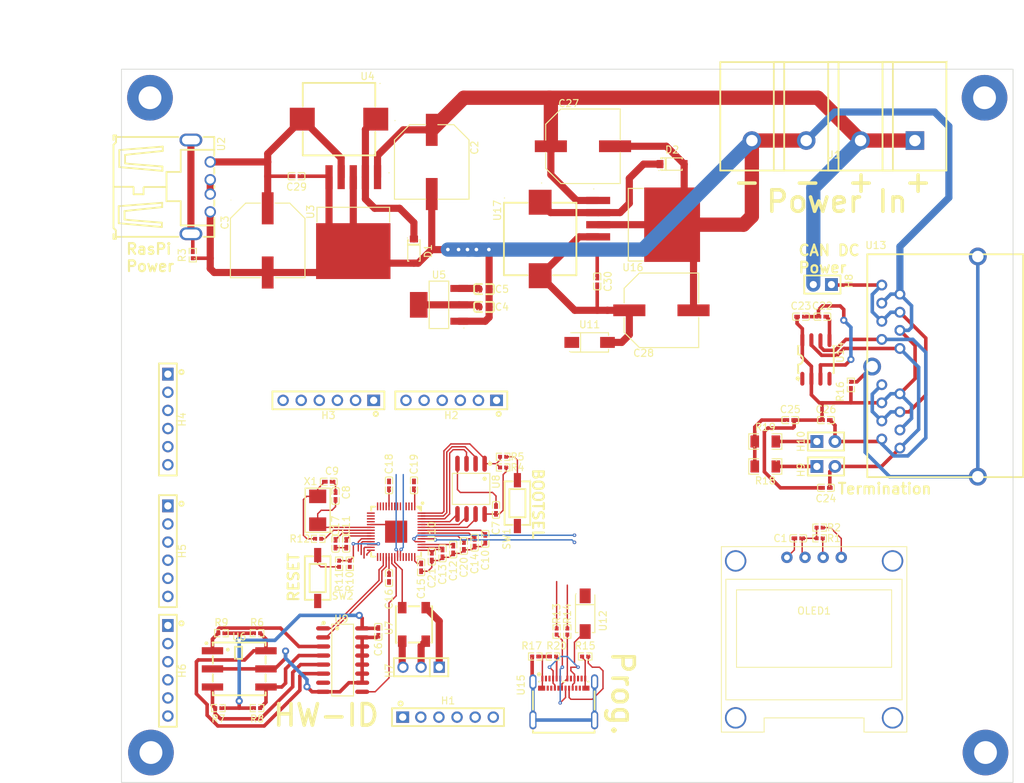
<source format=kicad_pcb>
(kicad_pcb (version 20221018) (generator pcbnew)
  (title_block (title "Dispensy Mainboard") (date "2024-01-12") (rev "0") (company "DrinkRobotics") (comment 1 "https://git.xythobuz.de/thomas/Dispensy") (comment 2 "Licensed under the CERN-OHL-S-2.0+") (comment 3 "PCB Thickness: 1mm") (comment 4 "Copyright (c) 2023 - 2024 Thomas Buck <thomas@xythobuz.de>"))
  (layers (0 "F.Cu" signal) (31 "B.Cu" signal) (34 "B.Paste" user) (35 "F.Paste" user) (36 "B.SilkS" user "B.Silkscreen") (37 "F.SilkS" user "F.Silkscreen") (38 "B.Mask" user) (39 "F.Mask" user) (44 "Edge.Cuts" user))
  (net 0 "")
  (net 1 "GND")
  (net 2 "+3.3V")
  (net 3 "+VDC")
  (net 4 "/External PSU/Vout")
  (net 5 "+5V")
  (net 6 "Net-(U10-XIN)")
  (net 7 "Net-(X1-OSC2)")
  (net 8 "+1V1")
  (net 9 "Net-(U14-CANH)")
  (net 10 "Net-(C25-Pad1)")
  (net 11 "Net-(U14-CANL)")
  (net 12 "/RP2040/5V PSU/Vout")
  (net 13 "Net-(U3-OUT)")
  (net 14 "Net-(U16-OUT)")
  (net 15 "/RP2040/ADC3")
  (net 16 "/RP2040/ADC2")
  (net 17 "/RP2040/ADC1")
  (net 18 "/RP2040/ADC0")
  (net 19 "/RP2040/IO3")
  (net 20 "/RP2040/IO2")
  (net 21 "/RP2040/IO1")
  (net 22 "/RP2040/IO0")
  (net 23 "/RP2040/IO7")
  (net 24 "/RP2040/IO6")
  (net 25 "/RP2040/IO5")
  (net 26 "/RP2040/IO4")
  (net 27 "/RP2040/IO11")
  (net 28 "/RP2040/IO10")
  (net 29 "/RP2040/IO9")
  (net 30 "/RP2040/IO8")
  (net 31 "/RP2040/IO15")
  (net 32 "/RP2040/IO14")
  (net 33 "/RP2040/IO13")
  (net 34 "/RP2040/IO12")
  (net 35 "/RP2040/Debug_Rx")
  (net 36 "/RP2040/Debug_Tx")
  (net 37 "/RP2040/Debug_Data")
  (net 38 "/RP2040/Debug_Clock")
  (net 39 "Net-(U7-DO)")
  (net 40 "Net-(H8-Pad1)")
  (net 41 "Net-(H9-Pad1)")
  (net 42 "Net-(H10-Pad1)")
  (net 43 "/RP2040/I2C_SCL")
  (net 44 "/RP2040/I2C_SDA")
  (net 45 "Net-(U2-SH1)")
  (net 46 "/RP2040/SPI_FLASH.SS")
  (net 47 "Net-(R5-Pad1)")
  (net 48 "Net-(U9-D7)")
  (net 49 "Net-(U9-D6)")
  (net 50 "Net-(U9-D5)")
  (net 51 "Net-(U9-D4)")
  (net 52 "Net-(U10-RUN)")
  (net 53 "Net-(R11-Pad2)")
  (net 54 "Net-(U10-XOUT)")
  (net 55 "/RP2040/USBC.DP")
  (net 56 "Net-(U10-USB_DP)")
  (net 57 "/RP2040/USBC.DM")
  (net 58 "Net-(U10-USB_DM)")
  (net 59 "Net-(U15-CC2)")
  (net 60 "Net-(R16-Pad1)")
  (net 61 "/RP2040/USBC.SHIELD")
  (net 62 "Net-(U15-CC1)")
  (net 63 "Net-(U2-D+)")
  (net 64 "/RP2040/LED_Din")
  (net 65 "/RP2040/SPI_FLASH.SD1")
  (net 66 "/RP2040/SPI_FLASH.SD2")
  (net 67 "/RP2040/SPI_FLASH.SD3")
  (net 68 "/RP2040/SPI_FLASH.SCLK")
  (net 69 "/RP2040/SPI_FLASH.SD0")
  (net 70 "/RP2040/SR_Load")
  (net 71 "/RP2040/SR_Clock")
  (net 73 "/RP2040/SR_Data")
  (net 74 "Net-(U10-GPIO24)")
  (net 75 "Net-(U10-GPIO25)")
  (net 76 "/RP2040/USBC.VBUS")
  (footprint "jlc_footprints:HDR-TH_3P-P2.54-V-F" (layer "F.Cu") (at 81 128.802545 180)
    (fp_text reference "H7")
    (fp_text value "WS2812")
  )
  (footprint "jlc_footprints:C0402" (layer "F.Cu") (at 84 112.84763 -90)
    (fp_text reference "C13")
    (fp_text value "1uF")
  )
  (footprint "jlc_footprints:R1206" (layer "F.Cu") (at 129.254966 97.157765)
    (fp_text reference "R19")
    (fp_text value "60R4")
  )
  (footprint "jlc_footprints:TO-263-5_L10.6-W9.6-P1.70-LS15.9-BR" (layer "F.Cu") (at 71.490456 65.284258 90)
    (fp_text reference "U3")
    (fp_text value "LM2576S-5_0_TR")
  )
  (footprint "jlc_footprints:R0402" (layer "F.Cu") (at 71 114.302545 -90)
    (fp_text reference "R10")
    (fp_text value "10K")
  )
  (footprint "jlc_footprints:CAP-SMD_BD10.0-L10.3-W10.3-FD" (layer "F.Cu") (at 103.690482 55.76762)
    (fp_text reference "C27")
    (fp_text value "100uF")
  )
  (footprint "jlc_footprints:HDR-TH_6P-P2.54-V-F" (layer "F.Cu") (at 45.5 94.072548 -90)
    (fp_text reference "H4")
    (fp_text value "IO_C")
  )
  (footprint "jlc_footprints:CONN-TH_4P-P7.62_L15.2-W31.7-EX4.2" (layer "F.Cu") (at 138.800464 54.967646 180)
    (fp_text reference "U1")
    (fp_text value "DBT50G-7_62-4P")
  )
  (footprint "jlc_footprints:R0402" (layer "F.Cu") (at 101.5 123.802545 -90)
    (fp_text reference "R14")
    (fp_text value "27R4")
  )
  (footprint "jlc_footprints:RJ45-TH_DS1129-05-S80BP-X" (layer "F.Cu") (at 151.640469 86.657765 90)
    (fp_text reference "U13")
    (fp_text value "CAN_IO")
  )
  (footprint "jlc_footprints:SOD-123_L2.8-W1.8-LS3.7-RD" (layer "F.Cu") (at 116.190482 58.26762)
    (fp_text reference "D2")
    (fp_text value "MBR340F")
  )
  (footprint "jlc_footprints:C0402" (layer "F.Cu") (at 134.254966 79.657765 180)
    (fp_text reference "C23")
    (fp_text value "47nF")
  )
  (footprint "jlc_footprints:C0402" (layer "F.Cu") (at 70.5 111.5 -90)
    (fp_text reference "C11")
    (fp_text value "100nF")
  )
  (footprint "jlc_footprints:CAP-SMD_BD10.0-L10.3-W10.3-FD" (layer "F.Cu") (at 82.490456 57.967646 -90)
    (fp_text reference "C2")
    (fp_text value "100uF")
  )
  (footprint "jlc_footprints:R0402" (layer "F.Cu") (at 58 124.03813)
    (fp_text reference "R6")
    (fp_text value "10K")
  )
  (footprint "jlc_footprints:C0402" (layer "F.Cu") (at 133.874904 110.73238 180)
    (fp_text reference "C1")
    (fp_text value "100nF")
  )
  (footprint "jlc_footprints:R0402" (layer "F.Cu") (at 100 123.802545 -90)
    (fp_text reference "R13")
    (fp_text value "27R4")
  )
  (footprint "jlc_footprints:C0402" (layer "F.Cu") (at 82.5 113.302545 -90)
    (fp_text reference "C21")
    (fp_text value "100nF")
  )
  (footprint "jlc_footprints:C0402" (layer "F.Cu") (at 137.754966 94.157765)
    (fp_text reference "C26")
    (fp_text value "100pF")
  )
  (footprint "jlc_footprints:HDR-TH_6P-P2.54-V-F" (layer "F.Cu") (at 45.5 129.302545 -90)
    (fp_text reference "H6")
    (fp_text value "Debug")
  )
  (footprint "jlc_footprints:C0402" (layer "F.Cu") (at 76.5 116.302545 -90)
    (fp_text reference "C16")
    (fp_text value "100nF")
  )
  (footprint "jlc_footprints:SOT-223-4_L6.5-W3.5-P2.30-LS7.0-BR" (layer "F.Cu") (at 83.5 78)
    (fp_text reference "U5")
    (fp_text value "AMS1117-3_3_C347222")
  )
  (footprint "jlc_footprints:SOIC-8_L5.0-W4.0-P1.27-LS6.0-BL" (layer "F.Cu") (at 136.349962 85.657765)
    (fp_text reference "U14")
    (fp_text value "TJA1042T_3_1J")
  )
  (footprint "jlc_footprints:LED-SMD_4P-L5.0-W5.0-LS5.4-TL-1" (layer "F.Cu") (at 80 122.802545 90)
    (fp_text reference "U7")
    (fp_text value "WS2812E-V5")
  )
  (footprint "MountingHole:MountingHole_3.2mm_M3_Pad_TopBottom" (layer "F.Cu") (at 159.990456 48.967646)
    (fp_text reference "H12" hide)
    (fp_text value "MountingHole" hide)
  )
  (footprint "jlc_footprints:HDR-TH_6P-P2.54-V-F" (layer "F.Cu") (at 84.770003 135.802545)
    (fp_text reference "H1")
    (fp_text value "IO_ADC")
  )
  (footprint "jlc_footprints:R0402" (layer "F.Cu") (at 48.990456 71.034829 90)
    (fp_text reference "R3")
    (fp_text value "1M")
  )
  (footprint "jlc_footprints:C0402" (layer "F.Cu") (at 91.5 106.75746 90)
    (fp_text reference "C7")
    (fp_text value "100nF")
  )
  (footprint "jlc_footprints:C0402" (layer "F.Cu") (at 68.045085 102.802545 180)
    (fp_text reference "C9")
    (fp_text value "27p")
  )
  (footprint "jlc_footprints:HDR-TH_2P-P2.54-V-M-1" (layer "F.Cu") (at 137.254966 75.157765 180)
    (fp_text reference "H8")
    (fp_text value "PWR")
  )
  (footprint "jlc_footprints:HDR-TH_6P-P2.54-V-F" (layer "F.Cu") (at 85.230124 91.392588 180)
    (fp_text reference "H2")
    (fp_text value "IO_A")
  )
  (footprint "jlc_footprints:R0402" (layer "F.Cu") (at 136.874904 110.73238 180)
    (fp_text reference "R1")
    (fp_text value "10K")
  )
  (footprint "jlc_footprints:R0402" (layer "F.Cu") (at 99.5 127.302545 180)
    (fp_text reference "R20")
    (fp_text value "5K1")
  )
  (footprint "jlc_footprints:C0402" (layer "F.Cu") (at 76.5 103.302545 90)
    (fp_text reference "C18")
    (fp_text value "100nF")
  )
  (footprint "jlc_footprints:USB-C-SMD_TYPE-C-USB-18" (layer "F.Cu") (at 101 133.302545)
    (fp_text reference "U15")
    (fp_text value "USB-C")
  )
  (footprint "jlc_footprints:C0402" (layer "F.Cu") (at 85.5 112.302545 -90)
    (fp_text reference "C12")
    (fp_text value "1uF")
  )
  (footprint "jlc_footprints:OSC-SMD_2P-L5.0-W3.2" (layer "F.Cu") (at 66.5 106.802545 90)
    (fp_text reference "X1")
    (fp_text value "12MHz")
  )
  (footprint "jlc_footprints:SW-SMD_L6.1-W3.6-LS6.6" (layer "F.Cu") (at 94.5 105.802545 -90)
    (fp_text reference "SW1")
    (fp_text value "BOOTSEL")
  )
  (footprint "MountingHole:MountingHole_3.2mm_M3_Pad_TopBottom" (layer "F.Cu") (at 42.990456 48.967646)
    (fp_text reference "H11" hide)
    (fp_text value "MountingHole" hide)
  )
  (footprint "jlc_footprints:TO-263-5_L10.6-W9.6-P1.70-LS15.9-BR" (layer "F.Cu") (at 111.007094 66.76762 180)
    (fp_text reference "U16")
    (fp_text value "LM2576S-5_0_TR")
  )
  (footprint "jlc_footprints:R0402" (layer "F.Cu") (at 69.5 114.302545 -90)
    (fp_text reference "R11")
    (fp_text value "1K")
  )
  (footprint "jlc_footprints:R0402" (layer "F.Cu") (at 66.567183 110.802545)
    (fp_text reference "R12")
    (fp_text value "1K")
  )
  (footprint "jlc_footprints:HDR-TH_6P-P2.54-V-F" (layer "F.Cu") (at 68.000127 91.392588 180)
    (fp_text reference "H3")
    (fp_text value "IO_B")
  )
  (footprint "jlc_footprints:SW-SMD_L6.1-W3.6-LS6.6" (layer "F.Cu") (at 66.5 116.302545 -90)
    (fp_text reference "SW2")
    (fp_text value "RESET")
  )
  (footprint "jlc_footprints:R0402" (layer "F.Cu") (at 97 127.302545)
    (fp_text reference "R17")
    (fp_text value "1M")
  )
  (footprint "jlc_footprints:R0402" (layer "F.Cu") (at 92.5 100.802545 180)
    (fp_text reference "R4")
    (fp_text value "10K")
  )
  (footprint "jlc_footprints:R0402" (layer "F.Cu") (at 104 127.302545 180)
    (fp_text reference "R15")
    (fp_text value "5K1")
  )
  (footprint "jlc_footprints:C0402" (layer "F.Cu") (at 87 111.802545 -90)
    (fp_text reference "C20")
    (fp_text value "100nF")
  )
  (footprint "jlc_footprints:SOIC-8_L5.3-W5.3-P1.27-LS8.0-BL" (layer "F.Cu") (at 88 103.802545 180)
    (fp_text reference "U8")
    (fp_text value "W25Q128JVSIQ")
  )
  (footprint "jlc_footprints:C0402" (layer "F.Cu") (at 137.754966 103.657765 180)
    (fp_text reference "C24")
    (fp_text value "100pF")
  )
  (footprint "jlc_footprints:SMA_L4.4-W2.8-LS5.4-R-RD" (layer "F.Cu") (at 104.625096 83.26762)
    (fp_text reference "U11")
    (fp_text value "SS54_C22452")
  )
  (footprint "MountingHole:MountingHole_3.2mm_M3_Pad_TopBottom" (layer "F.Cu") (at 160.125096 140.76762)
    (fp_text reference "H14" hide)
    (fp_text value "MountingHole" hide)
  )
  (footprint "jlc_footprints:CAP-SMD_BD10.0-L10.3-W10.3-LS11.3-FD" (layer "F.Cu") (at 59.490456 68.967646 -90)
    (fp_text reference "C3")
    (fp_text value "1000uF")
  )
  (footprint "jlc_footprints:CAP-SMD_BD10.0-L10.3-W10.3-LS11.3-FD" (layer "F.Cu") (at 114.690482 78.76762)
    (fp_text reference "C28")
    (fp_text value "1000uF")
  )
  (footprint "jlc_footprints:C0402" (layer "F.Cu") (at 90 110.802545 -90)
    (fp_text reference "C10")
    (fp_text value "100nF")
  )
  (footprint "jlc_footprints:C0603" (layer "F.Cu") (at 89.8349 75.799975)
    (fp_text reference "C5")
    (fp_text value "10uF")
  )
  (footprint "jlc_footprints:C0402" (layer "F.Cu") (at 80 103.302545 90)
    (fp_text reference "C19")
    (fp_text value "100nF")
  )
  (footprint "jlc_footprints:C0402" (layer "F.Cu") (at 81 114.802545 -90)
    (fp_text reference "C15")
    (fp_text value "100nF")
  )
  (footprint "jlc_footprints:R0402" (layer "F.Cu") (at 141.254966 89.224948 -90)
    (fp_text reference "R16")
    (fp_text value "1M")
  )
  (footprint "jlc_footprints:SMA_L4.4-W2.8-LS5.4-R-RD" (layer "F.Cu") (at 104 121.302545 -90)
    (fp_text reference "U12")
    (fp_text value "SS54_C22452")
  )
  (footprint "jlc_footprints:R0402" (layer "F.Cu") (at 92.5 99.302545 180)
    (fp_text reference "R5")
    (fp_text value "1K")
  )
  (footprint "jlc_footprints:SW-SMD_SM_SKCR-16S" (layer "F.Cu") (at 55.5 129.03813 90)
    (fp_text reference "U6")
    (fp_text value "SKCR-16S")
  )
  (footprint "jlc_footprints:C0603" (layer "F.Cu") (at 89.8349 78.299975)
    (fp_text reference "C4")
    (fp_text value "10uF")
  )
  (footprint "jlc_footprints:C0402" (layer "F.Cu") (at 132.754966 94.157765)
    (fp_text reference "C25")
    (fp_text value "4.7nF")
  )
  (footprint "jlc_footprints:C0402" (layer "F.Cu") (at 88.5 111.34763 -90)
    (fp_text reference "C14")
    (fp_text value "100nF")
  )
  (footprint "jlc_footprints:R1206" (layer "F.Cu") (at 129.254966 100.657765 180)
    (fp_text reference "R18")
    (fp_text value "60R4")
  )
  (footprint "jlc_footprints:USB-A-TH_USB-302-T" (layer "F.Cu") (at 50.081769 61.467646 -90)
    (fp_text reference "U2")
    (fp_text value "USB-A")
  )
  (footprint "jlc_footprints:C0402" (layer "F.Cu") (at 75 123.84763 90)
    (fp_text reference "C6")
    (fp_text value "100nF")
  )
  (footprint "jlc_footprints:SOIC-16_L9.9-W3.9-P1.27-LS6.0-BL" (layer "F.Cu") (at 70 127.802545 -90)
    (fp_text reference "U9")
    (fp_text value "74HC165D,653")
  )
  (footprint "jlc_footprints:R0402" (layer "F.Cu") (at 136.874904 109.23238 180)
    (fp_text reference "R2")
    (fp_text value "10K")
  )
  (footprint "MountingHole:MountingHole_3.2mm_M3_Pad_TopBottom" (layer "F.Cu") (at 43.125096 140.76762)
    (fp_text reference "H13" hide)
    (fp_text value "MountingHole" hide)
  )
  (footprint "jlc_footprints:SOD-123_L2.8-W1.8-LS3.7-RD" (layer "F.Cu") (at 79.990456 70.467646 -90)
    (fp_text reference "D1")
    (fp_text value "MBR340F")
  )
  (footprint "jlc_footprints:IND-SMD_L11.5-W10.0_YSPI1050" (layer "F.Cu") (at 97.690482 68.76762 -90)
    (fp_text reference "U17")
    (fp_text value "100uH")
  )
  (footprint "jlc_footprints:LQFN-56_L7.0-W7.0-P0.4-EP" (layer "F.Cu") (at 77.499873 109.802545 -90)
    (fp_text reference "U10")
    (fp_text value "RP2040")
  )
  (footprint "jlc_footprints:HDR-TH_6P-P2.54-V-F" (layer "F.Cu") (at 45.5 112.532542 -90)
    (fp_text reference "H5")
    (fp_text value "IO_D")
  )
  (footprint "jlc_footprints:IND-SMD_L11.5-W10.0_YSPI1050" (layer "F.Cu") (at 69.490456 51.967646 180)
    (fp_text reference "U4")
    (fp_text value "100uH")
  )
  (footprint "jlc_footprints:R0402" (layer "F.Cu") (at 58 134.53813)
    (fp_text reference "R8")
    (fp_text value "10K")
  )
  (footprint "jlc_footprints:C0402" (layer "F.Cu") (at 69 104.802545 -90)
    (fp_text reference "C8")
    (fp_text value "27p")
  )
  (footprint "jlc_footprints:C0402" (layer "F.Cu") (at 63.535541 59.967646 180)
    (fp_text reference "C29")
    (fp_text value "100nF")
  )
  (footprint "jlc_footprints:R0402" (layer "F.Cu") (at 53 124.03813 180)
    (fp_text reference "R9")
    (fp_text value "10K")
  )
  (footprint "extern:SSD1306_0.96_Oled" (layer "F.Cu") (at 123.095 137.905)
    (fp_text reference "OLED1")
    (fp_text value "SSD1306")
  )
  (footprint "jlc_footprints:C0402" (layer "F.Cu") (at 137.254966 79.657765)
    (fp_text reference "C22")
    (fp_text value "100nF")
  )
  (footprint "jlc_footprints:C0402" (layer "F.Cu") (at 69 111.5 -90)
    (fp_text reference "C17")
    (fp_text value "100nF")
  )
  (footprint "jlc_footprints:HDR-TH_2P-P2.54-V-M-1" (layer "F.Cu") (at 137.754966 97.157765)
    (fp_text reference "H10")
    (fp_text value "T_CL")
  )
  (footprint "jlc_footprints:R0402" (layer "F.Cu") (at 52.567183 134.53813 180)
    (fp_text reference "R7")
    (fp_text value "10K")
  )
  (footprint "jlc_footprints:HDR-TH_2P-P2.54-V-M-1" (layer "F.Cu") (at 137.754966 100.657765)
    (fp_text reference "H9")
    (fp_text value "T_CH")
  )
  (footprint "jlc_footprints:C0402" (layer "F.Cu") (at 105.690482 74.722535 -90)
    (fp_text reference "C30")
    (fp_text value "100nF")
  )
  (gr_rect (start 38.990456 44.967646) (end 163.990456 144.967646) (stroke (width 0.1)) (fill none) (layer "Edge.Cuts"))
  (gr_text "BOOTSEL" (at 96.5 100.802545 -90) (layer "F.SilkS") (effects (font (size 1.5 1.5) (thickness 0.3) bold) (justify left bottom)))
  (gr_text "Power In" (at 129.125096 65.26762) (layer "F.SilkS") (effects (font (size 3 3) (thickness 0.5) bold) (justify left bottom)))
  (gr_text "-" (at 124.490456 62.467646) (layer "F.SilkS") (effects (font (size 3 3) (thickness 0.5) bold) (justify left bottom)))
  (gr_text "Termination" (at 139.254966 104.657765) (layer "F.SilkS") (effects (font (size 1.5 1.5) (thickness 0.3) bold) (justify left bottom)))
  (gr_text "+" (at 140.490456 62.467646) (layer "F.SilkS") (effects (font (size 3 3) (thickness 0.5) bold) (justify left bottom)))
  (gr_text "RasPi\nPower" (at 39.490456 73.467646) (layer "F.SilkS") (effects (font (size 1.5 1.5) (thickness 0.3) bold) (justify left bottom)))
  (gr_text "HW-ID" (at 60 137.302545) (layer "F.SilkS") (effects (font (size 3 3) (thickness 0.5) bold) (justify left bottom)))
  (gr_text "Prog." (at 107.5 126.302545 -90) (layer "F.SilkS") (effects (font (size 3 3) (thickness 0.5) bold) (justify left bottom)))
  (gr_text "+" (at 148.490456 62.467646) (layer "F.SilkS") (effects (font (size 3 3) (thickness 0.5) bold) (justify left bottom)))
  (gr_text "RESET" (at 64 119.802545 90) (layer "F.SilkS") (effects (font (size 1.5 1.5) (thickness 0.3) bold) (justify left bottom)))
  (gr_text "CAN DC\nPower" (at 133.754966 73.657765) (layer "F.SilkS") (effects (font (size 1.5 1.5) (thickness 0.3) bold) (justify left bottom)))
  (gr_text "-" (at 132.990456 62.467646) (layer "F.SilkS") (effects (font (size 3 3) (thickness 0.5) bold) (justify left bottom)))
  (segment (start 79.990456 72.160051) (end 73.182861 72.160051) (width 1) (layer "F.Cu") (net 1))
  (segment (start 83.545085 113.84763) (end 84 113.392715) (width 0.2) (layer "F.Cu") (net 1))
  (segment (start 72.735585 128.437546) (end 72.735585 127.167544) (width 0.5) (layer "F.Cu") (net 1))
  (segment (start 90.534925 75.799975) (end 90.534925 70.284925) (width 1) (layer "F.Cu") (net 1))
  (segment (start 87 112.34763) (end 88.045085 112.34763) (width 0.2) (layer "F.Cu") (net 1))
  (segment (start 71.490456 60.10087) (end 71.490456 70.467646) (width 1) (layer "F.Cu") (net 1))
  (segment (start 97.432817 127.302545) (end 98 127.302545) (width 0.5) (layer "F.Cu") (net 1))
  (segment (start 104 127.872547) (end 103.567183 127.43973) (width 0.2) (layer "F.Cu") (net 1))
  (segment (start 137.209881 94.157765) (end 137.209881 91.782733) (width 0.5) (layer "F.Cu") (net 1))
  (segment (start 62 126.53813) (end 62 127.53813) (width 0.5) (layer "F.Cu") (net 1))
  (segment (start 51.990329 73.467519) (end 59.490456 73.467519) (width 1) (layer "F.Cu") (net 1))
  (segment (start 117.882887 65.075215) (end 116.190482 66.76762) (width 1) (layer "F.Cu") (net 1))
  (segment (start 119.190355 78.76762) (end 119.190355 69.767493) (width 1) (layer "F.Cu") (net 1))
  (segment (start 91 104.302545) (end 91.5 104.802545) (width 0.2) (layer "F.Cu") (net 1))
  (segment (start 86.5 112.84763) (end 87 112.34763) (width 0.2) (layer "F.Cu") (net 1))
  (segment (start 133.125096 95.26762) (end 133.300051 95.092665) (width 0.5) (layer "F.Cu") (net 1))
  (segment (start 129.625096 95.26762) (end 133.125096 95.26762) (width 0.5) (layer "F.Cu") (net 1))
  (segment (start 82.490456 70.259544) (end 82.490456 62.467519) (width 1) (layer "F.Cu") (net 1))
  (segment (start 86.5 104.302545) (end 91 104.302545) (width 0.2) (layer "F.Cu") (net 1))
  (segment (start 148.125458 90.467646) (end 150.254966 88.338138) (width 0.5) (layer "F.Cu") (net 1))
  (segment (start 68.490583 73.467519) (end 71.490456 70.467646) (width 1) (layer "F.Cu") (net 1))
  (segment (start 68.59017 102.802545) (end 69 103.212375) (width 0.2) (layer "F.Cu") (net 1))
  (segment (start 135.714961 90.61776) (end 136.834849 91.737648) (width 0.5) (layer "F.Cu") (net 1))
  (segment (start 79.990456 72.160051) (end 80.589949 72.160051) (width 1) (layer "F.Cu") (net 1))
  (segment (start 112.790431 70.167671) (end 116.190482 66.76762) (width 1) (layer "F.Cu") (net 1))
  (segment (start 72.735585 129.707549) (end 72.735585 128.437546) (width 0.5) (layer "F.Cu") (net 1))
  (segment (start 98 130.392588) (end 98 131.642525) (width 0.2) (layer "F.Cu") (net 1))
  (segment (start 129.125096 95.76762) (end 129.625096 95.26762) (width 0.5) (layer "F.Cu") (net 1))
  (segment (start 104 131.642525) (end 104.100076 131.742601) (width 0.2) (layer "F.Cu") (net 1))
  (segment (start 117.882887 58.26762) (end 117.882887 65.075215) (width 1) (layer "F.Cu") (net 1))
  (segment (start 103.567183 127.43973) (end 103.567183 127.302545) (width 0.2) (layer "F.Cu") (net 1))
  (segment (start 131.37949 103.657765) (end 129.125096 101.403371) (width 0.5) (layer "F.Cu") (net 1))
  (segment (start 90.534925 70.284925) (end 90.5 70.25) (width 1) (layer "F.Cu") (net 1))
  (segment (start 83.540005 128.802545) (end 83.540005 122.342423) (width 1) (layer "F.Cu") (net 1))
  (segment (start 74.765176 124.627539) (end 75 124.392715) (width 0.5) (layer "F.Cu") (net 1))
  (segment (start 82.490456 70.259544) (end 84.740456 70.259544) (width 1) (layer "F.Cu") (net 1))
  (segment (start 89.454915 111.892715) (end 90 111.34763) (width 0.2) (layer "F.Cu") (net 1))
  (segment (start 81 115.34763) (end 81.954915 115.34763) (width 0.2) (layer "F.Cu") (net 1))
  (segment (start 88.045085 112.34763) (end 88.5 111.892715) (width 0.2) (layer "F.Cu") (net 1))
  (segment (start 90.534925 75.799975) (end 90.534925 78.299975) (width 1) (layer "F.Cu") (net 1))
  (segment (start 98 127.302545) (end 99.067183 127.302545) (width 0.5) (layer "F.Cu") (net 1))
  (segment (start 82.5 113.84763) (end 83.545085 113.84763) (width 0.2) (layer "F.Cu") (net 1))
  (segment (start 73.182861 72.160051) (end 71.490456 70.467646) (width 1) (layer "F.Cu") (net 1))
  (segment (start 141.254966 89.657765) (end 141.254966 91.737648) (width 0.5) (layer "F.Cu") (net 1))
  (segment (start 82.5 114.802545) (end 82.5 113.84763) (width 0.2) (layer "F.Cu") (net 1))
  (segment (start 108.190355 55.76762) (end 115.382887 55.76762) (width 1) (layer "F.Cu") (net 1))
  (segment (start 73.949835 108.802545) (end 76.5 108.802545) (width 0.2) (layer "F.Cu") (net 1))
  (segment (start 72.735585 130.977551) (end 72.735585 129.707549) (width 0.5) (layer "F.Cu") (net 1))
  (segment (start 69.61557 132.247554) (end 67.264415 132.247554) (width 0.5) (layer "F.Cu") (net 1))
  (segment (start 98 130.392588) (end 98 127.302545) (width 0.2) (layer "F.Cu") (net 1))
  (segment (start 90.534925 79.749975) (end 90.534925 78.299975) (width 1) (layer "F.Cu") (net 1))
  (segment (start 81.954915 115.34763) (end 82.5 114.802545) (width 0.2) (layer "F.Cu") (net 1))
  (segment (start 134.990456 54.967646) (end 127.370441 54.967646) (width 2) (layer "F.Cu") (net 1))
  (segment (start 105.823706 66.76762) (end 116.190482 66.76762) (width 1) (layer "F.Cu") (net 1))
  (segment (start 134.444958 81.347757) (end 133.709881 80.61268) (width 0.5) (layer "F.Cu") (net 1))
  (segment (start 62 127.53813) (end 60.5 129.03813) (width 0.5) (layer "F.Cu") (net 1))
  (segment (start 68.090405 60.10087) (end 68.090405 67.067595) (width 1) (layer "F.Cu") (net 1))
  (segment (start 86.094996 103.897541) (end 86.5 104.302545) (width 0.2) (layer "F.Cu") (net 1))
  (segment (start 119.190355 69.767493) (end 116.190482 66.76762) (width 1) (layer "F.Cu") (net 1))
  (segment (start 51.436735 71.467646) (end 51.436735 72.913925) (width 1) (layer "F.Cu") (net 1))
  (segment (start 135.714961 86.61776) (end 134.444958 85.347757) (width 0.5) (layer "F.Cu") (net 1))
  (segment (start 133.300051 95.092665) (end 133.300051 94.157765) (width 0.5) (layer "F.Cu") (net 1))
  (segment (start 91.5 104.802545) (end 91.5 106.212375) (width 0.2) (layer "F.Cu") (net 1))
  (segment (start 133.329819 110.73238) (end 133.329819 112.360181) (width 0.2) (layer "F.Cu") (net 1))
  (segment (start 126.190482 66.76762) (end 116.190482 66.76762) (width 2) (layer "F.Cu") (net 1))
  (segment (start 70.5 112.045085) (end 69 112.045085) (width 0.2) (layer "F.Cu") (net 1))
  (segment (start 98 131.642525) (end 97.899924 131.742601) (width 0.2) (layer "F.Cu") (net 1))
  (segment (start 104 130.392588) (end 104 131.642525) (width 0.2) (layer "F.Cu") (net 1))
  (segment (start 72.735585 130.977551) (end 70.885573 130.977551) (width 0.5) (layer "F.Cu") (net 1))
  (segment (start 129.125096 101.403371) (end 129.125096 95.76762) (width 0.5) (layer "F.Cu") (net 1))
  (segment (start 127.370441 54.967646) (end 127.370441 65.587661) (width 2) (layer "F.Cu") (net 1))
  (segment (start 104 130.392588) (end 104 127.872547) (width 0.2) (layer "F.Cu") (net 1))
  (segment (start 59.490456 73.467519) (end 68.490583 73.467519) (width 1) (layer "F.Cu") (net 1))
  (segment (start 72.735585 124.627539) (end 72.735585 125.897541) (width 0.5) (layer "F.Cu") (net 1))
  (segment (start 72.735585 124.627539) (end 74.765176 124.627539) (width 0.5) (layer "F.Cu") (net 1))
  (segment (start 150.254966 83.707136) (end 148.125458 81.577628) (width 0.5) (layer "F.Cu") (net 1))
  (segment (start 85.5 112.84763) (end 86.5 112.84763) (width 0.2) (layer "F.Cu") (net 1))
  (segment (start 89.984925 80.299975) (end 90.534925 79.749975) (width 1) (layer "F.Cu") (net 1))
  (segment (start 134.444958 85.347757) (end 134.444958 82.95266) (width 0.5) (layer "F.Cu") (net 1))
  (segment (start 137.209881 103.657765) (end 131.37949 103.657765) (width 0.5) (layer "F.Cu") (net 1))
  (segment (start 68.090405 67.067595) (end 71.490456 70.467646) (width 1) (layer "F.Cu") (net 1))
  (segment (start 65.709424 132.247554) (end 65 131.53813) (width 0.5) (layer "F.Cu") (net 1))
  (segment (start 133.329819 112.360181) (end 132.285 113.405) (width 0.2) (layer "F.Cu") (net 1))
  (segment (start 51.436735 64.967773) (end 51.436735 71.467646) (width 1) (layer "F.Cu") (net 1))
  (segment (start 137.254966 91.737648) (end 141.254966 91.737648) (width 0.5) (layer "F.Cu") (net 1))
  (segment (start 150.254966 88.338138) (end 150.254966 83.707136) (width 0.5) (layer "F.Cu") (net 1))
  (segment (start 64.080626 59.967646) (end 67.957181 59.967646) (width 0.5) (layer "F.Cu") (net 1))
  (segment (start 86.094996 100.272446) (end 86.094996 103.897541) (width 0.2) (layer "F.Cu") (net 1))
  (segment (start 133.709881 79.657765) (end 133.709881 80.61268) (width 0.5) (layer "F.Cu") (net 1))
  (segment (start 60.5 129.03813) (end 59.250064 129.03813) (width 0.5) (layer "F.Cu") (net 1))
  (segment (start 105.690482 70.300895) (end 105.823706 70.167671) (width 0.5) (layer "F.Cu") (net 1))
  (segment (start 105.823706 70.167671) (end 112.790431 70.167671) (width 1) (layer "F.Cu") (net 1))
  (segment (start 134.444958 82.95266) (end 134.444958 81.347757) (width 0.5) (layer "F.Cu") (net 1))
  (segment (start 76.5 108.802545) (end 77.5 109.802545) (width 0.2) (layer "F.Cu") (net 1))
  (segment (start 80.589949 72.160051) (end 82.490456 70.259544) (width 1) (layer "F.Cu") (net 1))
  (segment (start 69 103.212375) (end 69 104.25746) (width 0.2) (layer "F.Cu") (net 1))
  (segment (start 51.436735 72.913925) (end 51.990329 73.467519) (width 1) (layer "F.Cu") (net 1))
  (segment (start 84.75 70.25) (end 90.5 70.25) (width 1) (layer "F.Cu") (net 1))
  (segment (start 48.990456 71.467646) (end 51.436735 71.467646) (width 0.5) (layer "F.Cu") (net 1))
  (segment (start 127.370441 65.587661) (end 126.190482 66.76762) (width 2) (layer "F.Cu") (net 1))
  (segment (start 51.749936 129.03813) (end 59.250064 129.03813) (width 0.5) (layer "F.Cu") (net 1))
  (segment (start 67.264415 132.247554) (end 65.709424 132.247554) (width 0.5) (layer "F.Cu") (net 1))
  (segment (start 141.254966 91.737648) (end 145.585452 91.737648) (width 0.5) (layer "F.Cu") (net 1))
  (segment (start 115.382887 55.76762) (end 117.882887 58.26762) (width 1) (layer "F.Cu") (net 1))
  (segment (start 136.834849 91.737648) (end 137.254966 91.737648) (width 0.5) (layer "F.Cu") (net 1))
  (segment (start 86.3349 80.299975) (end 89.984925 80.299975) (width 1) (layer "F.Cu") (net 1))
  (segment (start 84.740456 70.259544) (end 84.75 70.25) (width 1) (layer "F.Cu") (net 1))
  (segment (start 70.885573 130.977551) (end 69.61557 132.247554) (width 0.5) (layer "F.Cu") (net 1))
  (segment (start 105.690482 74.17745) (end 105.690482 70.300895) (width 0.5) (layer "F.Cu") (net 1))
  (segment (start 137.209881 94.157765) (end 133.300051 94.157765) (width 0.5) (layer "F.Cu") (net 1))
  (segment (start 67.957181 59.967646) (end 68.090405 60.10087) (width 0.5) (layer "F.Cu") (net 1))
  (segment (start 84.954915 113.392715) (end 85.5 112.84763) (width 0.2) (layer "F.Cu") (net 1))
  (segment (start 88.5 111.892715) (end 89.454915 111.892715) (width 0.2) (layer "F.Cu") (net 1))
  (segment (start 135.714961 88.36287) (end 135.714961 86.61776) (width 0.5) (layer "F.Cu") (net 1))
  (segment (start 135.714961 88.36287) (end 135.714961 90.61776) (width 0.5) (layer "F.Cu") (net 1))
  (segment (start 137.209881 91.782733) (end 137.254966 91.737648) (width 0.5) (layer "F.Cu") (net 1))
  (segment (start 72.735585 127.167544) (end 72.735585 125.897541) (width 0.5) (layer "F.Cu") (net 1))
  (segment (start 84 113.392715) (end 84.954915 113.392715) (width 0.2) (layer "F.Cu") (net 1))
  (segment (start 83.540005 122.342423) (end 81.650114 120.452532) (width 1) (layer "F.Cu") (net 1))
  (via (at 86.25 70.25) (size 1) (drill 0.5) (layers "F.Cu" "B.Cu") (net 1))
  (via (at 65 131.53813) (size 1) (drill 0.5) (layers "F.Cu" "B.Cu") (net 1))
  (via (at 87.5 70.25) (size 1) (drill 0.5) (layers "F.Cu" "B.Cu") (net 1))
  (via (at 84.75 70.25) (size 1) (drill 0.5) (layers "F.Cu" "B.Cu") (net 1))
  (via (at 90.5 70.25) (size 1) (drill 0.5) (layers "F.Cu" "B.Cu") (net 1))
  (via (at 62 126.53813) (size 1) (drill 0.5) (layers "F.Cu" "B.Cu") (net 1))
  (via (at 88.75 70.25) (size 1) (drill 0.5) (layers "F.Cu" "B.Cu") (net 1))
  (segment (start 149.754966 92.097154) (end 148.125458 90.467646) (width 0.5) (layer "B.Cu") (net 1))
  (segment (start 90.5 70.25) (end 112.088087 70.25) (width 2) (layer "B.Cu") (net 1))
  (segment (start 146.855454 90.467646) (end 145.585452 91.737648) (width 0.5) (layer "B.Cu") (net 1))
  (segment (start 89 70.25) (end 90.5 70.25) (width 2) (layer "B.Cu") (net 1))
  (segment (start 62 127.53813) (end 62 126.53813) (width 0.5) (layer "B.Cu") (net 1))
  (segment (start 149.754966 93.918148) (end 149.754966 92.097154) (width 0.5) (layer "B.Cu") (net 1))
  (segment (start 65 130.53813) (end 62 127.53813) (width 0.5) (layer "B.Cu") (net 1))
  (segment (start 148.125458 90.467646) (end 146.855454 90.467646) (width 0.5) (layer "B.Cu") (net 1))
  (segment (start 138.990456 50.967646) (end 134.990456 54.967646) (width 1) (layer "B.Cu") (net 1))
  (segment (start 84.75 70.25) (end 86.25 70.25) (width 2) (layer "B.Cu") (net 1))
  (segment (start 148.125458 81.577628) (end 149.335103 81.577628) (width 0.5) (layer "B.Cu") (net 1))
  (segment (start 146.855454 76.497618) (end 145.585452 77.76762) (width 0.5) (layer "B.Cu") (net 1))
  (segment (start 65 131.53813) (end 65 130.53813) (width 0.5) (layer "B.Cu") (net 1))
  (segment (start 149.754966 78.127126) (end 148.125458 76.497618) (width 0.5) (layer "B.Cu") (net 1))
  (segment (start 149.335103 81.577628) (end 149.754966 81.157765) (width 0.5) (layer "B.Cu") (net 1))
  (segment (start 88.5 70.25) (end 89 70.25) (width 2) (layer "B.Cu") (net 1))
  (segment (start 112.088087 70.25) (end 127.370441 54.967646) (width 2) (layer "B.Cu") (net 1))
  (segment (start 152.990456 50.967646) (end 138.990456 50.967646) (width 1) (layer "B.Cu") (net 1))
  (segment (start 87.5 70.25) (end 87.75 70.25) (width 2) (layer "B.Cu") (net 1))
  (segment (start 148.125458 95.547656) (end 149.754966 93.918148) (width 0.5) (layer "B.Cu") (net 1))
  (segment (start 154.990456 62.967646) (end 154.990456 52.967646) (width 1) (layer "B.Cu") (net 1))
  (segment (start 87.75 70.25) (end 88.75 70.25) (width 2) (layer "B.Cu") (net 1))
  (segment (start 154.990456 52.967646) (end 152.990456 50.967646) (width 1) (layer "B.Cu") (net 1))
  (segment (start 86.5 70.25) (end 87.5 70.25) (width 2) (layer "B.Cu") (net 1))
  (segment (start 148.125458 76.497618) (end 146.855454 76.497618) (width 0.5) (layer "B.Cu") (net 1))
  (segment (start 88.75 70.25) (end 89.25 70.25) (width 2) (layer "B.Cu") (net 1))
  (segment (start 149.754966 81.157765) (end 149.754966 78.127126) (width 0.5) (layer "B.Cu") (net 1))
  (segment (start 148.125458 69.832644) (end 154.990456 62.967646) (width 1) (layer "B.Cu") (net 1))
  (segment (start 148.125458 76.497618) (end 148.125458 69.832644) (width 1) (layer "B.Cu") (net 1))
  (segment (start 81.049911 112.402494) (end 82.145034 112.402494) (width 0.2) (layer "F.Cu") (net 2))
  (segment (start 72.735585 123.357536) (end 74.945009 123.357536) (width 0.5) (layer "F.Cu") (net 2))
  (segment (start 92 107.302545) (end 92.5 106.802545) (width 0.2) (layer "F.Cu") (net 2))
  (segment (start 134.419989 112.999989) (end 134.825 113.405) (width 0.2) (layer "F.Cu") (net 2))
  (segment (start 80.099949 103.947579) (end 80 103.84763) (width 0.2) (layer "F.Cu") (net 2))
  (segment (start 83.699898 112.002443) (end 84 112.302545) (width 0.2) (layer "F.Cu") (net 2))
  (segment (start 87.699898 110.002443) (end 88.5 110.802545) (width 0.2) (layer "F.Cu") (net 2))
  (segment (start 72.735585 121.948721) (end 72.324994 121.53813) (width 0.5) (layer "F.Cu") (net 2))
  (segment (start 89.905004 107.332644) (end 91.469901 107.332644) (width 0.2) (layer "F.Cu") (net 2))
  (segment (start 57.567183 134.53813) (end 55.5 134.53813) (width 0.5) (layer "F.Cu") (net 2))
  (segment (start 76.5 113.35271) (end 76.5 115.75746) (width 0.2) (layer "F.Cu") (net 2))
  (segment (start 88.8349 78) (end 89.134875 78.299975) (width 1) (layer "F.Cu") (net 2))
  (segment (start 73.949835 110.002443) (end 69.952472 110.002443) (width 0.2) (layer "F.Cu") (net 2))
  (segment (start 138.254966 80.11268) (end 137.800051 79.657765) (width 0.5) (layer "F.Cu") (net 2))
  (segment (start 138.254966 82.95266) (end 138.254966 80.11268) (width 0.5) (layer "F.Cu") (net 2))
  (segment (start 82.954915 112.302545) (end 82.5 112.75746) (width 0.2) (layer "F.Cu") (net 2))
  (segment (start 91.5 107.302545) (end 92 107.302545) (width 0.2) (layer "F.Cu") (net 2))
  (segment (start 91.469901 107.332644) (end 91.5 107.302545) (width 0.2) (layer "F.Cu") (net 2))
  (segment (start 55.5 134.53813) (end 53 134.53813) (width 0.5) (layer "F.Cu") (net 2))
  (segment (start 88.5 110.802545) (end 87.454915 110.802545) (width 0.2) (layer "F.Cu") (net 2))
  (segment (start 80.099949 113.902494) (end 80.454915 114.25746) (width 0.2) (layer "F.Cu") (net 2))
  (segment (start 84 112.302545) (end 82.954915 112.302545) (width 0.2) (layer "F.Cu") (net 2))
  (segment (start 86.3349 78) (end 88.8349 78) (width 1) (layer "F.Cu") (net 2))
  (segment (start 81.049911 110.002443) (end 87.699898 110.002443) (width 0.2) (layer "F.Cu") (net 2))
  (segment (start 80.099949 113.35271) (end 80.099949 113.902494) (width 0.2) (layer "F.Cu") (net 2))
  (segment (start 92.5 106.802545) (end 92.5 101.802545) (width 0.2) (layer "F.Cu") (net 2))
  (segment (start 55.5 133.53813) (end 55.5 134.53813) (width 0.5) (layer "F.Cu") (net 2))
  (segment (start 69.952472 110.002443) (end 69 110.954915) (width 0.2) (layer "F.Cu") (net 2))
  (segment (start 134.419989 110.73238) (end 134.419989 112.999989) (width 0.2) (layer "F.Cu") (net 2))
  (segment (start 136.442087 109.23238) (end 136.442087 110.73238) (width 0.2) (layer "F.Cu") (net 2))
  (segment (start 86.3349 78) (end 80.6651 78) (width 1) (layer "F.Cu") (net 2))
  (segment (start 136.442087 110.73238) (end 134.419989 110.73238) (width 0.2) (layer "F.Cu") (net 2))
  (segment (start 87.454915 110.802545) (end 87 111.25746) (width 0.2) (layer "F.Cu") (net 2))
  (segment (start 55.5 124.03813) (end 55.5 125.03813) (width 0.5) (layer "F.Cu") (net 2))
  (segment (start 74.945009 123.357536) (end 75 123.302545) (width 0.5) (layer "F.Cu") (net 2))
  (segment (start 81.049911 110.402494) (end 86.145034 110.402494) (width 0.2) (layer "F.Cu") (net 2))
  (segment (start 55.5 124.03813) (end 53.432817 124.03813) (width 0.5) (layer "F.Cu") (net 2))
  (segment (start 80.454915 114.25746) (end 81 114.25746) (width 0.2) (layer "F.Cu") (net 2))
  (segment (start 82.145034 112.402494) (end 82.5 112.75746) (width 0.2) (layer "F.Cu") (net 2))
  (segment (start 72.735585 123.357536) (end 72.735585 121.948721) (width 0.5) (layer "F.Cu") (net 2))
  (segment (start 80.099949 106.25238) (end 80.099949 103.947579) (width 0.2) (layer "F.Cu") (net 2))
  (segment (start 92.932817 101.369728) (end 92.932817 100.802545) (width 0.2) (layer "F.Cu") (net 2))
  (segment (start 81.049911 112.002443) (end 83.699898 112.002443) (width 0.2) (layer "F.Cu") (net 2))
  (segment (start 57.567183 124.03813) (end 55.5 124.03813) (width 0.5) (layer "F.Cu") (net 2))
  (segment (start 76.5 106.25238) (end 76.5 103.84763) (width 0.2) (layer "F.Cu") (net 2))
  (segment (start 92.5 101.802545) (end 92.932817 101.369728) (width 0.2) (layer "F.Cu") (net 2))
  (segment (start 86.145034 110.402494) (end 87 111.25746) (width 0.2) (layer "F.Cu") (net 2))
  (via (at 55.5 125.03813) (size 1) (drill 0.5) (layers "F.Cu" "B.Cu") (net 2))
  (via (at 55.5 133.53813) (size 1) (drill 0.5) (layers "F.Cu" "B.Cu") (net 2))
  (via (at 72.324994 121.53813) (size 1) (drill 0.5) (layers "F.Cu" "B.Cu") (net 2))
  (segment (start 60.5 125.03813) (end 55.5 125.03813) (width 0.5) (layer "B.Cu") (net 2))
  (segment (start 64 121.53813) (end 60.5 125.03813) (width 0.5) (layer "B.Cu") (net 2))
  (segment (start 64 121.53813) (end 72.324994 121.53813) (width 0.5) (layer "B.Cu") (net 2))
  (segment (start 55.5 125.03813) (end 55.5 133.53813) (width 0.5) (layer "B.Cu") (net 2))
  (segment (start 78.490329 53.467773) (end 82.490456 53.467773) (width 1) (layer "F.Cu") (net 3))
  (segment (start 105.823706 63.367569) (end 102.790431 63.367569) (width 1) (layer "F.Cu") (net 3))
  (segment (start 86.990583 48.967646) (end 82.490456 53.467773) (width 2) (layer "F.Cu") (net 3))
  (segment (start 136.610472 48.967646) (end 98.990456 48.967646) (width 2) (layer "F.Cu") (net 3))
  (segment (start 102.790431 63.367569) (end 99.190609 59.767747) (width 1) (layer "F.Cu") (net 3))
  (segment (start 74.890507 60.10087) (end 74.890507 57.067595) (width 1) (layer "F.Cu") (net 3))
  (segment (start 142.610472 54.967646) (end 136.610472 48.967646) (width 2) (layer "F.Cu") (net 3))
  (segment (start 99.190609 49.167799) (end 99.190609 55.76762) (width 2) (layer "F.Cu") (net 3))
  (segment (start 99.190609 59.767747) (end 99.190609 55.76762) (width 1) (layer "F.Cu") (net 3))
  (segment (start 98.990456 48.967646) (end 86.990583 48.967646) (width 2) (layer "F.Cu") (net 3))
  (segment (start 98.990456 48.967646) (end 99.190609 49.167799) (width 2) (layer "F.Cu") (net 3))
  (segment (start 74.890507 57.067595) (end 78.490329 53.467773) (width 1) (layer "F.Cu") (net 3))
  (segment (start 142.610472 54.967646) (end 150.230487 54.967646) (width 2) (layer "F.Cu") (net 3))
  (segment (start 142.610472 54.967646) (end 135.984963 61.593155) (width 2) (layer "B.Cu") (net 3))
  (segment (start 135.984963 61.593155) (end 135.984963 75.157765) (width 2) (layer "B.Cu") (net 3))
  (segment (start 59.490456 59.967646) (end 59.490456 57.967646) (width 1) (layer "F.Cu") (net 4))
  (segment (start 69.790431 60.10087) (end 69.790431 57.417735) (width 1) (layer "F.Cu") (net 4))
  (segment (start 51.436735 57.967773) (end 59.490329 57.967773) (width 1) (layer "F.Cu") (net 4))
  (segment (start 69.790431 57.417735) (end 64.340342 51.967646) (width 1) (layer "F.Cu") (net 4))
  (segment (start 59.490456 56.817532) (end 64.340342 51.967646) (width 1) (layer "F.Cu") (net 4))
  (segment (start 59.490456 57.967646) (end 59.490456 56.817532) (width 1) (layer "F.Cu") (net 4))
  (segment (start 59.490329 57.967773) (end 59.490456 57.967646) (width 1) (layer "F.Cu") (net 4))
  (segment (start 59.490456 64.467773) (end 59.490456 59.967646) (width 1) (layer "F.Cu") (net 4))
  (segment (start 62.990456 59.967646) (end 59.490456 59.967646) (width 0.5) (layer "F.Cu") (net 4))
  (segment (start 137.254966 78.157765) (end 139.754966 78.157765) (width 0.5) (layer "F.Cu") (net 5))
  (segment (start 136.984963 86.427768) (end 140.484963 86.427768) (width 0.5) (layer "F.Cu") (net 5))
  (segment (start 134.800051 79.657765) (end 136.709881 79.657765) (width 0.5) (layer "F.Cu") (net 5))
  (segment (start 140.254966 78.657765) (end 140.254966 80.157765) (width 0.5) (layer "F.Cu") (net 5))
  (segment (start 89.034925 75.700025) (end 89.134875 75.799975) (width 1) (layer "F.Cu") (net 5))
  (segment (start 140.484963 86.427768) (end 141.254966 85.657765) (width 0.5) (layer "F.Cu") (net 5))
  (segment (start 78.349886 128.692436) (end 78.459995 128.802545) (width 1) (layer "F.Cu") (net 5))
  (segment (start 86.3349 75.700025) (end 89.034925 75.700025) (width 1) (layer "F.Cu") (net 5))
  (segment (start 136.709881 78.70285) (end 137.254966 78.157765) (width 0.5) (layer "F.Cu") (net 5))
  (segment (start 136.709881 79.657765) (end 136.709881 78.70285) (width 0.5) (layer "F.Cu") (net 5))
  (segment (start 78.349886 125.152558) (end 78.349886 128.692436) (width 1) (layer "F.Cu") (net 5))
  (segment (start 136.984963 88.36287) (end 136.984963 86.427768) (width 0.5) (layer "F.Cu") (net 5))
  (segment (start 139.754966 78.157765) (end 140.254966 78.657765) (width 0.5) (layer "F.Cu") (net 5))
  (via (at 141.254966 85.657765) (size 1) (drill 0.5) (layers "F.Cu" "B.Cu") (net 5))
  (via (at 140.254966 80.157765) (size 1) (drill 0.5) (layers "F.Cu" "B.Cu") (net 5))
  (segment (start 141.254966 85.657765) (end 141.254966 81.157765) (width 0.5) (layer "B.Cu") (net 5))
  (segment (start 141.254966 81.157765) (end 140.254966 80.157765) (width 0.5) (layer "B.Cu") (net 5))
  (segment (start 68.5 106.802545) (end 69 106.302545) (width 0.2) (layer "F.Cu") (net 6))
  (segment (start 66.950089 109.202596) (end 66.5 108.752507) (width 0.2) (layer "F.Cu") (net 6))
  (segment (start 73.949835 109.202596) (end 66.950089 109.202596) (width 0.2) (layer "F.Cu") (net 6))
  (segment (start 66.5 107.302545) (end 67 106.802545) (width 0.2) (layer "F.Cu") (net 6))
  (segment (start 69 106.302545) (end 69 105.34763) (width 0.2) (layer "F.Cu") (net 6))
  (segment (start 66.5 108.752507) (end 66.5 107.302545) (width 0.2) (layer "F.Cu") (net 6))
  (segment (start 67 106.802545) (end 68.5 106.802545) (width 0.2) (layer "F.Cu") (net 6))
  (segment (start 65 110.802545) (end 64.5 110.302545) (width 0.2) (layer "F.Cu") (net 7))
  (segment (start 64.5 105.302545) (end 64.949962 104.852583) (width 0.2) (layer "F.Cu") (net 7))
  (segment (start 64.5 110.302545) (end 64.5 105.302545) (width 0.2) (layer "F.Cu") (net 7))
  (segment (start 66.134366 110.802545) (end 65 110.802545) (width 0.2) (layer "F.Cu") (net 7))
  (segment (start 67.5 102.802545) (end 66.5 103.802545) (width 0.2) (layer "F.Cu") (net 7))
  (segment (start 66.5 103.802545) (end 66.5 104.852583) (width 0.2) (layer "F.Cu") (net 7))
  (segment (start 64.949962 104.852583) (end 66.5 104.852583) (width 0.2) (layer "F.Cu") (net 7))
  (segment (start 71.052421 110.402494) (end 70.5 110.954915) (width 0.2) (layer "F.Cu") (net 8))
  (segment (start 81.049911 109.602393) (end 89.344933 109.602393) (width 0.2) (layer "F.Cu") (net 8))
  (segment (start 85.344933 111.602393) (end 85.5 111.75746) (width 0.2) (layer "F.Cu") (net 8))
  (segment (start 73.949835 110.402494) (end 71.052421 110.402494) (width 0.2) (layer "F.Cu") (net 8))
  (segment (start 81.049911 111.602393) (end 85.344933 111.602393) (width 0.2) (layer "F.Cu") (net 8))
  (segment (start 89.344933 109.602393) (end 90 110.25746) (width 0.2) (layer "F.Cu") (net 8))
  (segment (start 139.024969 100.657765) (end 145.555354 100.657765) (width 0.5) (layer "F.Cu") (net 9))
  (segment (start 137.149162 85.077768) (end 135.714961 83.643567) (width 0.5) (layer "F.Cu") (net 9))
  (segment (start 140.295098 84.117633) (end 139.334963 85.077768) (width 0.5) (layer "F.Cu") (net 9))
  (segment (start 139.334963 85.077768) (end 137.149162 85.077768) (width 0.5) (layer "F.Cu") (net 9))
  (segment (start 145.555354 100.657765) (end 148.125458 98.087661) (width 0.5) (layer "F.Cu") (net 9))
  (segment (start 148.125458 84.117633) (end 140.295098 84.117633) (width 0.5) (layer "F.Cu") (net 9))
  (segment (start 135.714961 83.643567) (end 135.714961 82.95266) (width 0.5) (layer "F.Cu") (net 9))
  (segment (start 138.300051 103.657765) (end 138.300051 101.382683) (width 0.5) (layer "F.Cu") (net 9))
  (segment (start 138.300051 101.382683) (end 139.024969 100.657765) (width 0.5) (layer "F.Cu") (net 9))
  (segment (start 150.754966 95.458153) (end 148.125458 98.087661) (width 0.5) (layer "B.Cu") (net 9))
  (segment (start 148.125458 84.117633) (end 150.754966 86.747141) (width 0.5) (layer "B.Cu") (net 9))
  (segment (start 150.754966 86.747141) (end 150.754966 95.458153) (width 0.5) (layer "B.Cu") (net 9))
  (segment (start 127.776175 95.136556) (end 127.776175 97.157765) (width 0.5) (layer "F.Cu") (net 10))
  (segment (start 127.776175 100.657765) (end 127.776175 97.157765) (width 0.5) (layer "F.Cu") (net 10))
  (segment (start 128.754966 94.157765) (end 127.776175 95.136556) (width 0.5) (layer "F.Cu") (net 10))
  (segment (start 132.209881 94.157765) (end 128.754966 94.157765) (width 0.5) (layer "F.Cu") (net 10))
  (segment (start 139.034963 84.377768) (end 137.474969 84.377768) (width 0.5) (layer "F.Cu") (net 11))
  (segment (start 139.024969 97.157765) (end 139.024969 94.882683) (width 0.5) (layer "F.Cu") (net 11))
  (segment (start 145.245345 97.157765) (end 145.585452 96.817658) (width 0.5) (layer "F.Cu") (net 11))
  (segment (start 137.474969 84.377768) (end 136.984963 83.887762) (width 0.5) (layer "F.Cu") (net 11))
  (segment (start 145.585452 82.84763) (end 140.565101 82.84763) (width 0.5) (layer "F.Cu") (net 11))
  (segment (start 136.984963 83.887762) (end 136.984963 82.95266) (width 0.5) (layer "F.Cu") (net 11))
  (segment (start 140.565101 82.84763) (end 139.034963 84.377768) (width 0.5) (layer "F.Cu") (net 11))
  (segment (start 139.024969 97.157765) (end 145.245345 97.157765) (width 0.5) (layer "F.Cu") (net 11))
  (segment (start 139.024969 94.882683) (end 138.300051 94.157765) (width 0.5) (layer "F.Cu") (net 11))
  (segment (start 149.944831 82.84763) (end 151.754966 84.657765) (width 0.5) (layer "B.Cu") (net 11))
  (segment (start 151.754966 84.657765) (end 151.754966 96.657765) (width 0.5) (layer "B.Cu") (net 11))
  (segment (start 149.238069 99.174662) (end 147.271863 99.174662) (width 0.5) (layer "B.Cu") (net 11))
  (segment (start 147.271863 99.174662) (end 145.585452 97.488251) (width 0.5) (layer "B.Cu") (net 11))
  (segment (start 145.585452 82.84763) (end 149.944831 82.84763) (width 0.5) (layer "B.Cu") (net 11))
  (segment (start 145.585452 97.488251) (end 145.585452 96.817658) (width 0.5) (layer "B.Cu") (net 11))
  (segment (start 151.754966 96.657765) (end 149.238069 99.174662) (width 0.5) (layer "B.Cu") (net 11))
  (segment (start 105.823706 68.467645) (end 103.140571 68.467645) (width 1) (layer "F.Cu") (net 12))
  (segment (start 110.190609 82.202107) (end 110.190609 78.76762) (width 1) (layer "F.Cu") (net 12))
  (segment (start 102.540368 78.76762) (end 97.690482 73.917734) (width 1) (layer "F.Cu") (net 12))
  (segment (start 109.125096 83.26762) (end 110.190609 82.202107) (width 1) (layer "F.Cu") (net 12))
  (segment (start 107.125096 78.76762) (end 105.690482 78.76762) (width 1) (layer "F.Cu") (net 12))
  (segment (start 105.690482 75.26762) (end 105.690482 78.76762) (width 0.5) (layer "F.Cu") (net 12))
  (segment (start 105.690482 78.76762) (end 102.540368 78.76762) (width 1) (layer "F.Cu") (net 12))
  (segment (start 110.190609 78.76762) (end 107.125096 78.76762) (width 1) (layer "F.Cu") (net 12))
  (segment (start 103.140571 68.467645) (end 97.690482 73.917734) (width 1) (layer "F.Cu") (net 12))
  (segment (start 107.128779 78.771303) (end 107.125096 78.76762) (width 1) (layer "F.Cu") (net 12))
  (segment (start 107.128779 83.26762) (end 109.125096 83.26762) (width 1) (layer "F.Cu") (net 12))
  (segment (start 73.190481 60.10087) (end 73.190481 63.167671) (width 1) (layer "F.Cu") (net 13))
  (segment (start 73.190481 60.10087) (end 73.190481 53.417735) (width 1) (layer "F.Cu") (net 13))
  (segment (start 79.990456 66.467646) (end 79.990456 68.775241) (width 1) (layer "F.Cu") (net 13))
  (segment (start 77.990456 64.467646) (end 79.990456 66.467646) (width 1) (layer "F.Cu") (net 13))
  (segment (start 74.490456 64.467646) (end 77.990456 64.467646) (width 1) (layer "F.Cu") (net 13))
  (segment (start 73.190481 53.417735) (end 74.64057 51.967646) (width 1) (layer "F.Cu") (net 13))
  (segment (start 73.190481 63.167671) (end 74.490456 64.467646) (width 1) (layer "F.Cu") (net 13))
  (segment (start 110.190482 63.76762) (end 110.190482 60.26762) (width 1) (layer "F.Cu") (net 14))
  (segment (start 99.140571 65.067595) (end 97.690482 63.617506) (width 1) (layer "F.Cu") (net 14))
  (segment (start 108.890507 65.067595) (end 110.190482 63.76762) (width 1) (layer "F.Cu") (net 14))
  (segment (start 105.823706 65.067595) (end 108.890507 65.067595) (width 1) (layer "F.Cu") (net 14))
  (segment (start 110.190482 60.26762) (end 112.190482 58.26762) (width 1) (layer "F.Cu") (net 14))
  (segment (start 112.190482 58.26762) (end 114.498077 58.26762) (width 1) (layer "F.Cu") (net 14))
  (segment (start 105.823706 65.067595) (end 99.140571 65.067595) (width 1) (layer "F.Cu") (net 14))
  (segment (start 73.4 112.952329) (end 73.4 113.1) (width 0.2) (layer "F.Cu") (net 35))
  (segment (start 73.949835 112.402494) (end 73.4 112.952329) (width 0.2) (layer "F.Cu") (net 35))
  (segment (start 73.949835 112.002443) (end 73.099886 112.002443) (width 0.2) (layer "F.Cu") (net 36))
  (segment (start 73 112.102329) (end 73 113.5) (width 0.2) (layer "F.Cu") (net 36))
  (segment (start 73.099886 112.002443) (end 73 112.102329) (width 0.2) (layer "F.Cu") (net 36))
  (segment (start 72.797455 111.202545) (end 72.6 111.4) (width 0.2) (layer "F.Cu") (net 37))
  (segment (start 73.949835 111.202596) (end 73.949784 111.202545) (width 0.2) (layer "F.Cu") (net 37))
  (segment (start 72.6 111.4) (end 72.6 113) (width 0.2) (layer "F.Cu") (net 37))
  (segment (start 73.949784 111.202545) (end 72.797455 111.202545) (width 0.2) (layer "F.Cu") (net 37))
  (segment (start 72.2 111.234315) (end 72.2 112.5) (width 0.2) (layer "F.Cu") (net 38))
  (segment (start 72.631769 110.802545) (end 72.2 111.234315) (width 0.2) (layer "F.Cu") (net 38))
  (segment (start 73.949835 110.802545) (end 72.631769 110.802545) (width 0.2) (layer "F.Cu") (net 38))
  (segment (start 81 128.802545) (end 81 125.802672) (width 1) (layer "F.Cu") (net 39))
  (segment (start 81 125.802672) (end 81.650114 125.152558) (width 1) (layer "F.Cu") (net 39))
  (segment (start 151.754966 82.667131) (end 148.125458 79.037623) (width 0.5) (layer "F.Cu") (net 40))
  (segment (start 151.754966 90.657765) (end 151.754966 82.667131) (width 0.5) (layer "F.Cu") (net 40))
  (segment (start 145.585452 75.227615) (end 138.594819 75.227615) (width 0.5) (layer "F.Cu") (net 40))
  (segment (start 148.125458 93.007651) (end 149.40508 93.007651) (width 0.5) (layer "F.Cu") (net 40))
  (segment (start 149.40508 93.007651) (end 151.754966 90.657765) (width 0.5) (layer "F.Cu") (net 40))
  (segment (start 138.594819 75.227615) (end 138.524969 75.157765) (width 0.5) (layer "F.Cu") (net 40))
  (segment (start 148.125458 93.007651) (end 146.855454 93.007651) (width 0.5) (layer "B.Cu") (net 40))
  (segment (start 145.585452 80.307625) (end 144.254966 78.977139) (width 0.5) (layer "B.Cu") (net 40))
  (segment (start 148.125458 79.037623) (end 146.855454 79.037623) (width 0.5) (layer "B.Cu") (net 40))
  (segment (start 144.254966 90.528129) (end 145.585452 89.197643) (width 0.5) (layer "B.Cu") (net 40))
  (segment (start 146.855454 79.037623) (end 145.585452 80.307625) (width 0.5) (layer "B.Cu") (net 40))
  (segment (start 146.855454 93.007651) (end 145.585452 94.277653) (width 0.5) (layer "B.Cu") (net 40))
  (segment (start 144.254966 76.558101) (end 145.585452 75.227615) (width 0.5) (layer "B.Cu") (net 40))
  (segment (start 144.254966 92.947167) (end 144.254966 90.528129) (width 0.5) (layer "B.Cu") (net 40))
  (segment (start 145.585452 94.277653) (end 144.254966 92.947167) (width 0.5) (layer "B.Cu") (net 40))
  (segment (start 144.254966 78.977139) (end 144.254966 76.558101) (width 0.5) (layer "B.Cu") (net 40))
  (segment (start 136.484963 100.657765) (end 130.733757 100.657765) (width 0.5) (layer "F.Cu") (net 41))
  (segment (start 136.484963 97.157765) (end 130.733757 97.157765) (width 0.5) (layer "F.Cu") (net 42))
  (segment (start 137.307721 110.73238) (end 137.307721 113.347721) (width 0.2) (layer "F.Cu") (net 43))
  (segment (start 137.307721 113.347721) (end 137.365 113.405) (width 0.2) (layer "F.Cu") (net 43))
  (segment (start 139.905 110.762476) (end 139.905 113.405) (width 0.2) (layer "F.Cu") (net 44))
  (segment (start 138.374904 109.23238) (end 139.905 110.762476) (width 0.2) (layer "F.Cu") (net 44))
  (segment (start 137.307721 109.23238) (end 138.374904 109.23238) (width 0.2) (layer "F.Cu") (net 44))
  (segment (start 48.990456 70.602012) (end 48.990456 68.301276) (width 0.5) (layer "F.Cu") (net 45))
  (segment (start 48.990456 68.301276) (end 48.726803 68.037623) (width 0.5) (layer "F.Cu") (net 45))
  (segment (start 48.726803 54.897669) (end 48.726803 68.037623) (width 1) (layer "F.Cu") (net 45))
  (segment (start 89.905004 100.272446) (end 91.537084 100.272446) (width 0.2) (layer "F.Cu") (net 46))
  (segment (start 84.2 106.971173) (end 84.2 98.471173) (width 0.2) (layer "F.Cu") (net 46))
  (segment (start 87.830112 97.502545) (end 89.905004 99.577437) (width 0.2) (layer "F.Cu") (net 46))
  (segment (start 84.2 98.471173) (end 85.16863 97.502545) (width 0.2) (layer "F.Cu") (net 46))
  (segment (start 89.905004 99.577437) (end 89.905004 100.272446) (width 0.2) (layer "F.Cu") (net 46))
  (segment (start 83.968577 107.202596) (end 84.2 106.971173) (width 0.2) (layer "F.Cu") (net 46))
  (segment (start 92.067183 99.302545) (end 92.067183 99.742347) (width 0.2) (layer "F.Cu") (net 46))
  (segment (start 81.049911 107.202596) (end 83.968577 107.202596) (width 0.2) (layer "F.Cu") (net 46))
  (segment (start 91.537084 100.272446) (end 92.067183 100.802545) (width 0.2) (layer "F.Cu") (net 46))
  (segment (start 92.067183 99.742347) (end 91.537084 100.272446) (width 0.2) (layer "F.Cu") (net 46))
  (segment (start 85.16863 97.502545) (end 87.830112 97.502545) (width 0.2) (layer "F.Cu") (net 46))
  (segment (start 94 99.302545) (end 92.932817 99.302545) (width 0.2) (layer "F.Cu") (net 47))
  (segment (start 94.5 102.585121) (end 94.5 99.802545) (width 0.2) (layer "F.Cu") (net 47))
  (segment (start 94.5 99.802545) (end 94 99.302545) (width 0.2) (layer "F.Cu") (net 47))
  (segment (start 64 132.03813) (end 64 130.03813) (width 0.5) (layer "F.Cu") (net 48))
  (segment (start 49.75 127.78813) (end 49.5 128.03813) (width 0.5) (layer "F.Cu") (net 48))
  (segment (start 49.5 132.53813) (end 51 134.03813) (width 0.5) (layer "F.Cu") (net 48))
  (segment (start 56.25 127.78813) (end 49.75 127.78813) (width 0.5) (layer "F.Cu") (net 48))
  (segment (start 57.540005 126.498125) (end 56.25 127.78813) (width 0.5) (layer "F.Cu") (net 48))
  (segment (start 51 134.03813) (end 51 135.53813) (width 0.5) (layer "F.Cu") (net 48))
  (segment (start 52.5 137.03813) (end 59 137.03813) (width 0.5) (layer "F.Cu") (net 48))
  (segment (start 59.250064 124.855377) (end 58.432817 124.03813) (width 0.5) (layer "F.Cu") (net 48))
  (segment (start 59 137.03813) (end 64 132.03813) (width 0.5) (layer "F.Cu") (net 48))
  (segment (start 51 135.53813) (end 52.5 137.03813) (width 0.5) (layer "F.Cu") (net 48))
  (segment (start 64 130.03813) (end 64.330581 129.707549) (width 0.5) (layer "F.Cu") (net 48))
  (segment (start 59.250064 126.498125) (end 57.540005 126.498125) (width 0.5) (layer "F.Cu") (net 48))
  (segment (start 64.330581 129.707549) (end 67.264415 129.707549) (width 0.5) (layer "F.Cu") (net 48))
  (segment (start 49.5 128.03813) (end 49.5 132.53813) (width 0.5) (layer "F.Cu") (net 48))
  (segment (start 59.250064 126.498125) (end 59.250064 124.855377) (width 0.5) (layer "F.Cu") (net 48))
  (segment (start 64.100584 128.437546) (end 63 129.53813) (width 0.5) (layer "F.Cu") (net 49))
  (segment (start 63 129.53813) (end 63 131.53813) (width 0.5) (layer "F.Cu") (net 49))
  (segment (start 63 131.53813) (end 58.5 136.03813) (width 0.5) (layer "F.Cu") (net 49))
  (segment (start 51.749936 131.578135) (end 51.749936 134.1537) (width 0.5) (layer "F.Cu") (net 49))
  (segment (start 64.100584 128.437546) (end 67.264415 128.437546) (width 0.5) (layer "F.Cu") (net 49))
  (segment (start 52.134366 135.308132) (end 52.134366 134.53813) (width 0.5) (layer "F.Cu") (net 49))
  (segment (start 58.5 136.03813) (end 52.864364 136.03813) (width 0.5) (layer "F.Cu") (net 49))
  (segment (start 51.749936 134.1537) (end 52.134366 134.53813) (width 0.5) (layer "F.Cu") (net 49))
  (segment (start 52.864364 136.03813) (end 52.134366 135.308132) (width 0.5) (layer "F.Cu") (net 49))
  (segment (start 61.459995 131.578135) (end 59.250064 131.578135) (width 0.5) (layer "F.Cu") (net 50))
  (segment (start 62 131.03813) (end 61.459995 131.578135) (width 0.5) (layer "F.Cu") (net 50))
  (segment (start 59.250064 131.578135) (end 59.250064 133.720883) (width 0.5) (layer "F.Cu") (net 50))
  (segment (start 59.250064 133.720883) (end 58.432817 134.53813) (width 0.5) (layer "F.Cu") (net 50))
  (segment (start 63.870586 127.167544) (end 67.264415 127.167544) (width 0.5) (layer "F.Cu") (net 50))
  (segment (start 62 129.03813) (end 62 131.03813) (width 0.5) (layer "F.Cu") (net 50))
  (segment (start 63.870586 127.167544) (end 62 129.03813) (width 0.5) (layer "F.Cu") (net 50))
  (segment (start 51.749936 126.498125) (end 51.749936 124.855377) (width 0.5) (layer "F.Cu") (net 51))
  (segment (start 52.567183 123.450933) (end 52.567183 124.03813) (width 0.5) (layer "F.Cu") (net 51))
  (segment (start 61.279998 123.318128) (end 52.699988 123.318128) (width 0.5) (layer "F.Cu") (net 51))
  (segment (start 51.749936 124.855377) (end 52.567183 124.03813) (width 0.5) (layer "F.Cu") (net 51))
  (segment (start 52.699988 123.318128) (end 52.567183 123.450933) (width 0.5) (layer "F.Cu") (net 51))
  (segment (start 63.859411 125.897541) (end 61.279998 123.318128) (width 0.5) (layer "F.Cu") (net 51))
  (segment (start 67.264415 125.897541) (end 63.859411 125.897541) (width 0.5) (layer "F.Cu") (net 51))
  (segment (start 71 113.869728) (end 69.5 113.869728) (width 0.2) (layer "F.Cu") (net 52))
  (segment (start 71.5 113.369728) (end 71 113.869728) (width 0.2) (layer "F.Cu") (net 52))
  (segment (start 71.5 111.5) (end 71.5 113.369728) (width 0.2) (layer "F.Cu") (net 52))
  (segment (start 73.949835 111.602393) (end 74.897607 111.602393) (width 0.2) (layer "F.Cu") (net 52))
  (segment (start 74.897607 111.602393) (end 75 111.5) (width 0.2) (layer "F.Cu") (net 52))
  (via (at 75 111.5) (size 0.5) (drill 0.2) (layers "F.Cu" "B.Cu") (net 52))
  (via (at 71.5 111.5) (size 0.5) (drill 0.2) (layers "F.Cu" "B.Cu") (net 52))
  (segment (start 75 111.5) (end 71.5 111.5) (width 0.2) (layer "B.Cu") (net 52))
  (segment (start 69.5 114.735362) (end 66.932817 114.735362) (width 0.2) (layer "F.Cu") (net 53))
  (segment (start 66.5 114.302545) (end 66.5 113.085121) (width 0.2) (layer "F.Cu") (net 53))
  (segment (start 66.932817 114.735362) (end 66.5 114.302545) (width 0.2) (layer "F.Cu") (net 53))
  (segment (start 68.700152 109.602393) (end 67.5 110.802545) (width 0.2) (layer "F.Cu") (net 54))
  (segment (start 67.5 110.802545) (end 67 110.802545) (width 0.2) (layer "F.Cu") (net 54))
  (segment (start 73.949835 109.602393) (end 68.700152 109.602393) (width 0.2) (layer "F.Cu") (net 54))
  (segment (start 100.800127 125.035489) (end 100 124.235362) (width 0.2) (layer "F.Cu") (net 55))
  (segment (start 100.800127 128.802545) (end 100.500127 129.102545) (width 0.2) (layer "F.Cu") (net 55))
  (segment (start 100.500127 129.102545) (end 100.500127 130.392588) (width 0.2) (layer "F.Cu") (net 55))
  (segment (start 101.249936 133.052609) (end 100.5 133.802545) (width 0.2) (layer "F.Cu") (net 55))
  (segment (start 100.800127 128.802545) (end 100.800127 125.035489) (width 0.2) (layer "F.Cu") (net 55))
  (segment (start 101.249936 131.742601) (end 101.249936 133.052609) (width 0.2) (layer "F.Cu") (net 55))
  (via (at 100.5 133.802545) (size 0.5) (drill 0.2) (layers "F.Cu" "B.Cu") (net 55))
  (via (at 100.800127 128.802545) (size 0.5) (drill 0.2) (layers "F.Cu" "B.Cu") (net 55))
  (segment (start 100.5 133.802545) (end 100.5 129.102672) (width 0.2) (layer "B.Cu") (net 55))
  (segment (start 100.5 129.102672) (end 100.800127 128.802545) (width 0.2) (layer "B.Cu") (net 55))
  (segment (start 82.850051 110.802545) (end 83 110.952494) (width 0.2) (layer "F.Cu") (net 56))
  (segment (start 100 116.802545) (end 100 123.369728) (width 0.2) (layer "F.Cu") (net 56))
  (segment (start 81.049911 110.802545) (end 82.850051 110.802545) (width 0.2) (layer "F.Cu") (net 56))
  (via (at 83 110.952494) (size 0.5) (drill 0.2) (layers "F.Cu" "B.Cu") (net 56))
  (via (at 102.5 111.302545) (size 0.5) (drill 0.2) (layers "F.Cu" "B.Cu") (net 56))
  (segment (start 83 110.952494) (end 102.149949 110.952494) (width 0.2) (layer "B.Cu") (net 56))
  (segment (start 102.149949 110.952494) (end 102.5 111.302545) (width 0.2) (layer "B.Cu") (net 56))
  (segment (start 101.500127 124.235489) (end 101.5 124.235362) (width 0.2) (layer "F.Cu") (net 57))
  (segment (start 101.500127 130.392588) (end 101.500127 124.235489) (width 0.2) (layer "F.Cu") (net 57))
  (segment (start 101.500127 130.392588) (end 100.750064 131.142651) (width 0.2) (layer "F.Cu") (net 57))
  (segment (start 100.750064 131.142651) (end 100.750064 131.742601) (width 0.2) (layer "F.Cu") (net 57))
  (segment (start 81.049911 111.202596) (end 80.199962 111.202596) (width 0.2) (layer "F.Cu") (net 58))
  (segment (start 80 111.002634) (end 80 110.802545) (width 0.2) (layer "F.Cu") (net 58))
  (segment (start 101.5 117.302545) (end 101.5 123.369728) (width 0.2) (layer "F.Cu") (net 58))
  (segment (start 80.199962 111.202596) (end 80 111.002634) (width 0.2) (layer "F.Cu") (net 58))
  (via (at 102.5 110.302545) (size 0.5) (drill 0.2) (layers "F.Cu" "B.Cu") (net 58))
  (via (at 80 110.802545) (size 0.5) (drill 0.2) (layers "F.Cu" "B.Cu") (net 58))
  (segment (start 80.5 110.302545) (end 102.5 110.302545) (width 0.2) (layer "B.Cu") (net 58))
  (segment (start 80 110.802545) (end 80.5 110.302545) (width 0.2) (layer "B.Cu") (net 58))
  (segment (start 102 133.302545) (end 105 133.302545) (width 0.2) (layer "F.Cu") (net 59))
  (segment (start 101.750064 133.052609) (end 102 133.302545) (width 0.2) (layer "F.Cu") (net 59))
  (segment (start 106 128.802545) (end 105 128.802545) (width 0.2) (layer "F.Cu") (net 59))
  (segment (start 101.750064 131.742601) (end 101.750064 133.052609) (width 0.2) (layer "F.Cu") (net 59))
  (segment (start 105 128.802545) (end 104.432817 128.235362) (width 0.2) (layer "F.Cu") (net 59))
  (segment (start 106.5 131.802545) (end 106.5 129.302545) (width 0.2) (layer "F.Cu") (net 59))
  (segment (start 106.5 129.302545) (end 106 128.802545) (width 0.2) (layer "F.Cu") (net 59))
  (segment (start 105 133.302545) (end 106.5 131.802545) (width 0.2) (layer "F.Cu") (net 59))
  (segment (start 104.432817 128.235362) (end 104.432817 127.302545) (width 0.2) (layer "F.Cu") (net 59))
  (segment (start 142.099931 88.792131) (end 144.23544 86.656622) (width 0.5) (layer "F.Cu") (net 60))
  (segment (start 141.254966 88.792131) (end 142.099931 88.792131) (width 0.5) (layer "F.Cu") (net 60))
  (segment (start 143.254966 98.657765) (end 143.254966 87.637096) (width 0.5) (layer "B.Cu") (net 60))
  (segment (start 159.045473 71.222789) (end 159.045473 102.092741) (width 0.5) (layer "B.Cu") (net 60))
  (segment (start 143.254966 87.637096) (end 144.23544 86.656622) (width 0.5) (layer "B.Cu") (net 60))
  (segment (start 146.689942 102.092741) (end 143.254966 98.657765) (width 0.5) (layer "B.Cu") (net 60))
  (segment (start 159.045473 102.092741) (end 146.689942 102.092741) (width 0.5) (layer "B.Cu") (net 60))
  (segment (start 96.567183 130.739807) (end 96.679959 130.852583) (width 0.5) (layer "F.Cu") (net 61))
  (segment (start 96.567183 127.302545) (end 96.567183 130.739807) (width 0.5) (layer "F.Cu") (net 61))
  (segment (start 105.320041 136.212502) (end 96.679959 136.212502) (width 0.5) (layer "B.Cu") (net 61))
  (segment (start 96.679959 130.852583) (end 96.679959 136.212502) (width 0.5) (layer "B.Cu") (net 61))
  (segment (start 105.320041 130.852583) (end 105.320041 136.212502) (width 0.5) (layer "B.Cu") (net 61))
  (segment (start 100 130.392588) (end 100 127.369728) (width 0.25) (layer "F.Cu") (net 62))
  (segment (start 100 127.369728) (end 99.932817 127.302545) (width 0.2) (layer "F.Cu") (net 62))
  (segment (start 51.436735 60.467646) (end 51.436735 62.467646) (width 1) (layer "F.Cu") (net 63))
  (segment (start 77.299848 113.35271) (end 77.299848 114.102393) (width 0.2) (layer "F.Cu") (net 64))
  (segment (start 78.349886 115.152431) (end 78.349886 120.452532) (width 0.2) (layer "F.Cu") (net 64))
  (segment (start 77.299848 114.102393) (end 78.349886 115.152431) (width 0.2) (layer "F.Cu") (net 64))
  (segment (start 84.6 107.136859) (end 84.6 98.636859) (width 0.2) (layer "F.Cu") (net 65))
  (segment (start 85.334315 97.902545) (end 87.165686 97.902545) (width 0.2) (layer "F.Cu") (net 65))
  (segment (start 81.049961 107.602443) (end 84.134416 107.602443) (width 0.2) (layer "F.Cu") (net 65))
  (segment (start 88.700152 100.207295) (end 88.635001 100.272446) (width 0.2) (layer "F.Cu") (net 65))
  (segment (start 81.049911 107.602393) (end 81.049961 107.602443) (width 0.2) (layer "F.Cu") (net 65))
  (segment (start 84.134416 107.602443) (end 84.6 107.136859) (width 0.2) (layer "F.Cu") (net 65))
  (segment (start 87.165686 97.902545) (end 88.635001 99.37186) (width 0.2) (layer "F.Cu") (net 65))
  (segment (start 88.635001 99.37186) (end 88.635001 100.272446) (width 0.2) (layer "F.Cu") (net 65))
  (segment (start 84.6 98.636859) (end 85.334315 97.902545) (width 0.2) (layer "F.Cu") (net 65))
  (segment (start 85 98.802545) (end 85.5 98.302545) (width 0.2) (layer "F.Cu") (net 66))
  (segment (start 85 107.302545) (end 85 98.802545) (width 0.2) (layer "F.Cu") (net 66))
  (segment (start 87 98.302545) (end 87.364999 98.667544) (width 0.2) (layer "F.Cu") (net 66))
  (segment (start 81.049911 108.002443) (end 84.300102 108.002443) (width 0.2) (layer "F.Cu") (net 66))
  (segment (start 87.364999 98.667544) (end 87.364999 100.272446) (width 0.2) (layer "F.Cu") (net 66))
  (segment (start 85.5 98.302545) (end 87 98.302545) (width 0.2) (layer "F.Cu") (net 66))
  (segment (start 84.300102 108.002443) (end 85 107.302545) (width 0.2) (layer "F.Cu") (net 66))
  (segment (start 88.635001 108.027653) (end 88.635001 107.332644) (width 0.2) (layer "F.Cu") (net 67))
  (segment (start 87.460058 109.202596) (end 88.635001 108.027653) (width 0.2) (layer "F.Cu") (net 67))
  (segment (start 81.049911 109.202596) (end 87.460058 109.202596) (width 0.2) (layer "F.Cu") (net 67))
  (segment (start 86.304843 108.802545) (end 87.364999 107.742389) (width 0.2) (layer "F.Cu") (net 68))
  (segment (start 81.049911 108.802545) (end 86.304843 108.802545) (width 0.2) (layer "F.Cu") (net 68))
  (segment (start 87.364999 107.742389) (end 87.364999 107.332644) (width 0.2) (layer "F.Cu") (net 68))
  (segment (start 85.025146 108.402494) (end 86.094996 107.332644) (width 0.2) (layer "F.Cu") (net 69))
  (segment (start 81.049911 108.402494) (end 85.025146 108.402494) (width 0.2) (layer "F.Cu") (net 69))
  (segment (start 75.699898 114.536961) (end 75.1 115.13686) (width 0.2) (layer "F.Cu") (net 70))
  (segment (start 75.1 116.636859) (end 68.379323 123.357536) (width 0.2) (layer "F.Cu") (net 70))
  (segment (start 68.379323 123.357536) (end 67.264415 123.357536) (width 0.2) (layer "F.Cu") (net 70))
  (segment (start 75.699898 113.35271) (end 75.699898 114.536961) (width 0.2) (layer "F.Cu") (net 70))
  (segment (start 75.1 115.13686) (end 75.1 116.636859) (width 0.2) (layer "F.Cu") (net 70))
  (segment (start 75.5 115.302545) (end 75.5 116.802545) (width 0.2) (layer "F.Cu") (net 71))
  (segment (start 67.675006 124.627539) (end 67.264415 124.627539) (width 0.2) (layer "F.Cu") (net 71))
  (segment (start 76.099949 114.702596) (end 75.5 115.302545) (width 0.2) (layer "F.Cu") (net 71))
  (segment (start 75.5 116.802545) (end 67.675006 124.627539) (width 0.2) (layer "F.Cu") (net 71))
  (segment (start 76.099949 113.35271) (end 76.099949 114.702596) (width 0.2) (layer "F.Cu") (net 71))
  (segment (start 77.5 118.802545) (end 77.5 114.868231) (width 0.2) (layer "F.Cu") (net 73))
  (segment (start 74.554991 132.247554) (end 76.5 130.302545) (width 0.2) (layer "F.Cu") (net 73))
  (segment (start 76.5 130.302545) (end 76.5 119.802545) (width 0.2) (layer "F.Cu") (net 73))
  (segment (start 77.5 114.868231) (end 76.899797 114.268028) (width 0.2) (layer "F.Cu") (net 73))
  (segment (start 76.899797 114.268028) (end 76.899797 113.35271) (width 0.2) (layer "F.Cu") (net 73))
  (segment (start 76.5 119.802545) (end 77.5 118.802545) (width 0.2) (layer "F.Cu") (net 73))
  (segment (start 72.735585 132.247554) (end 74.554991 132.247554) (width 0.2) (layer "F.Cu") (net 73))
  (segment (start 77.699898 112.502443) (end 77.5 112.302545) (width 0.2) (layer "F.Cu") (net 74))
  (segment (start 77.699898 113.35271) (end 77.699898 112.502443) (width 0.2) (layer "F.Cu") (net 74))
  (via (at 77.5 112.302545) (size 0.5) (drill 0.2) (layers "F.Cu" "B.Cu") (net 74))
  (segment (start 77.5 112.302545) (end 77.5 101.802545) (width 0.2) (layer "B.Cu") (net 74))
  (segment (start 78.099949 113.35271) (end 78.099949 112.400051) (width 0.2) (layer "F.Cu") (net 75))
  (segment (start 78.099949 112.400051) (end 78.208033 112.291967) (width 0.2) (layer "F.Cu") (net 75))
  (via (at 78.208033 112.291967) (size 0.5) (drill 0.2) (layers "F.Cu" "B.Cu") (net 75))
  (segment (start 78.5 112) (end 78.5 101.802545) (width 0.2) (layer "B.Cu") (net 75))
  (segment (start 78.208033 112.291967) (end 78.5 112) (width 0.2) (layer "B.Cu") (net 75))
  (segment (start 99.750064 131.292652) (end 99.500127 131.042715) (width 0.2) (layer "F.Cu") (net 76))
  (segment (start 99.500127 129.302672) (end 99.500127 130.392588) (width 0.2) (layer "F.Cu") (net 76))
  (segment (start 102.5 128.302545) (end 103 128.802545) (width 0.2) (layer "F.Cu") (net 76))
  (segment (start 102.500127 129.802672) (end 102 129.302545) (width 0.2) (layer "F.Cu") (net 76))
  (segment (start 99 128.802545) (end 99.500127 129.302672) (width 0.2) (layer "F.Cu") (net 76))
  (segment (start 102.5 125.306228) (end 102.5 128.302545) (width 0.2) (layer "F.Cu") (net 76))
  (segment (start 102.500127 130.392588) (end 102.500127 130.992588) (width 0.2) (layer "F.Cu") (net 76))
  (segment (start 99.750064 131.742601) (end 99.750064 131.292652) (width 0.2) (layer "F.Cu") (net 76))
  (segment (start 102 129.302545) (end 102 128.802545) (width 0.2) (layer "F.Cu") (net 76))
  (segment (start 104 123.806228) (end 102.5 125.306228) (width 0.2) (layer "F.Cu") (net 76))
  (segment (start 102.500127 130.992588) (end 102.249936 131.242779) (width 0.2) (layer "F.Cu") (net 76))
  (segment (start 99.500127 131.042715) (end 99.500127 130.392588) (width 0.2) (layer "F.Cu") (net 76))
  (segment (start 102.249936 131.242779) (end 102.249936 131.742601) (width 0.2) (layer "F.Cu") (net 76))
  (segment (start 102 128.802545) (end 103 128.802545) (width 0.2) (layer "F.Cu") (net 76))
  (segment (start 102.500127 130.392588) (end 102.500127 129.802672) (width 0.2) (layer "F.Cu") (net 76))
  (via (at 99 128.802545) (size 0.5) (drill 0.2) (layers "F.Cu" "B.Cu") (net 76))
  (via (at 103 128.802545) (size 0.5) (drill 0.2) (layers "F.Cu" "B.Cu") (net 76))
  (segment (start 100.5 127.302545) (end 99 128.802545) (width 0.2) (layer "B.Cu") (net 76))
  (segment (start 103 128.802545) (end 101.5 127.302545) (width 0.2) (layer "B.Cu") (net 76))
  (segment (start 101.5 127.302545) (end 100.5 127.302545) (width 0.2) (layer "B.Cu") (net 76))
)
</source>
